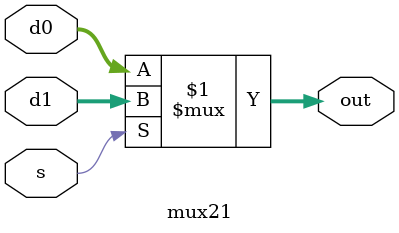
<source format=v>
`timescale 1ns / 1ps
module mux21( 
	input [3:0] d0,
	input [3:0] d1,
	input s,
	output [3:0] out);
	
	assign out = s ? d1 : d0;
	
endmodule

</source>
